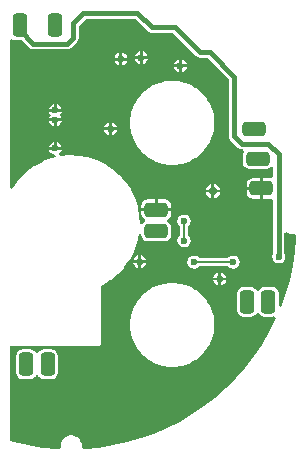
<source format=gbl>
G04*
G04 #@! TF.GenerationSoftware,Altium Limited,Altium Designer,20.0.13 (296)*
G04*
G04 Layer_Physical_Order=2*
G04 Layer_Color=16711680*
%FSLAX25Y25*%
%MOIN*%
G70*
G01*
G75*
%ADD12C,0.00591*%
%ADD34C,0.01575*%
G04:AMPARAMS|DCode=39|XSize=78.74mil|YSize=47.24mil|CornerRadius=11.81mil|HoleSize=0mil|Usage=FLASHONLY|Rotation=180.000|XOffset=0mil|YOffset=0mil|HoleType=Round|Shape=RoundedRectangle|*
%AMROUNDEDRECTD39*
21,1,0.07874,0.02362,0,0,180.0*
21,1,0.05512,0.04724,0,0,180.0*
1,1,0.02362,-0.02756,0.01181*
1,1,0.02362,0.02756,0.01181*
1,1,0.02362,0.02756,-0.01181*
1,1,0.02362,-0.02756,-0.01181*
%
%ADD39ROUNDEDRECTD39*%
G04:AMPARAMS|DCode=40|XSize=78.74mil|YSize=47.24mil|CornerRadius=11.81mil|HoleSize=0mil|Usage=FLASHONLY|Rotation=90.000|XOffset=0mil|YOffset=0mil|HoleType=Round|Shape=RoundedRectangle|*
%AMROUNDEDRECTD40*
21,1,0.07874,0.02362,0,0,90.0*
21,1,0.05512,0.04724,0,0,90.0*
1,1,0.02362,0.01181,0.02756*
1,1,0.02362,0.01181,-0.02756*
1,1,0.02362,-0.01181,-0.02756*
1,1,0.02362,-0.01181,0.02756*
%
%ADD40ROUNDEDRECTD40*%
%ADD41C,0.02165*%
%ADD42C,0.02756*%
%ADD43C,0.02362*%
G36*
X25494Y64175D02*
X26080Y63784D01*
X26772Y63646D01*
X33799D01*
X41538Y55908D01*
X42124Y55516D01*
X42815Y55379D01*
X45413D01*
X52524Y48267D01*
Y29232D01*
X52662Y28541D01*
X53053Y27955D01*
X55612Y25396D01*
X56199Y25004D01*
X56890Y24867D01*
X57283D01*
X57676Y24080D01*
X57409Y23679D01*
X57241Y22835D01*
Y20472D01*
X57409Y19628D01*
X57888Y18911D01*
X58604Y18433D01*
X59449Y18265D01*
X64961D01*
X65806Y18433D01*
X66522Y18911D01*
X66599Y19027D01*
X67387Y18788D01*
Y15640D01*
X66599Y15109D01*
X66142Y15200D01*
X63878D01*
Y11811D01*
Y8422D01*
X66142D01*
X66599Y8513D01*
X67387Y7982D01*
Y-9830D01*
X67153Y-10179D01*
X66985Y-11024D01*
X67153Y-11868D01*
X67632Y-12585D01*
X68348Y-13063D01*
X69193Y-13231D01*
X70038Y-13063D01*
X70754Y-12585D01*
X71233Y-11868D01*
X71401Y-11024D01*
X71233Y-10179D01*
X70999Y-9830D01*
Y-3077D01*
X71787Y-2750D01*
X71852Y-2816D01*
X72243Y-3077D01*
X73094Y-3429D01*
X73268Y-3464D01*
X73437Y-3515D01*
X73898Y-3561D01*
X73957Y-3555D01*
X74016Y-3566D01*
X74534D01*
X75082Y-4132D01*
X75065Y-4688D01*
X74622Y-9395D01*
X73884Y-14065D01*
X72854Y-18679D01*
X71537Y-23220D01*
X69937Y-27669D01*
X69924Y-27697D01*
X69137Y-27534D01*
Y-23228D01*
X68969Y-22384D01*
X68490Y-21667D01*
X67774Y-21189D01*
X66929Y-21021D01*
X64567D01*
X63722Y-21189D01*
X63006Y-21667D01*
X62642Y-22211D01*
X62375Y-22272D01*
X62034D01*
X61767Y-22211D01*
X61404Y-21667D01*
X60687Y-21189D01*
X59842Y-21021D01*
X57480D01*
X56635Y-21189D01*
X55919Y-21667D01*
X55441Y-22384D01*
X55273Y-23228D01*
Y-28740D01*
X55441Y-29585D01*
X55919Y-30301D01*
X56635Y-30780D01*
X57480Y-30948D01*
X59842D01*
X60687Y-30780D01*
X61404Y-30301D01*
X61767Y-29757D01*
X62034Y-29697D01*
X62375D01*
X62642Y-29757D01*
X63006Y-30301D01*
X63722Y-30780D01*
X64567Y-30948D01*
X66929D01*
X67729Y-30789D01*
X67906Y-30910D01*
X68347Y-31344D01*
X68060Y-32008D01*
X65914Y-36221D01*
X63508Y-40291D01*
X60851Y-44202D01*
X57954Y-47938D01*
X54827Y-51484D01*
X51484Y-54827D01*
X47938Y-57954D01*
X44202Y-60851D01*
X40291Y-63508D01*
X36221Y-65914D01*
X32008Y-68060D01*
X27669Y-69937D01*
X23220Y-71537D01*
X18679Y-72854D01*
X14065Y-73884D01*
X9395Y-74622D01*
X4688Y-75065D01*
X4132Y-75082D01*
X3566Y-74534D01*
Y-74016D01*
X3555Y-73957D01*
X3561Y-73898D01*
X3515Y-73437D01*
X3464Y-73268D01*
X3429Y-73094D01*
X3077Y-72243D01*
X2816Y-71852D01*
X2164Y-71200D01*
X1773Y-70939D01*
X922Y-70586D01*
X461Y-70495D01*
X-461D01*
X-922Y-70586D01*
X-1773Y-70939D01*
X-2164Y-71200D01*
X-2816Y-71852D01*
X-3077Y-72243D01*
X-3429Y-73094D01*
X-3464Y-73268D01*
X-3515Y-73437D01*
X-3561Y-73898D01*
X-3555Y-73957D01*
X-3566Y-74016D01*
Y-74534D01*
X-4132Y-75082D01*
X-4735Y-75063D01*
X-9536Y-74606D01*
X-14297Y-73841D01*
X-19000Y-72773D01*
X-20449Y-72344D01*
X-20449Y-40735D01*
X8661D01*
X9122Y-40643D01*
X9513Y-40382D01*
X9774Y-39992D01*
X9866Y-39531D01*
Y-20606D01*
X10493Y-20306D01*
X10542Y-20270D01*
X10600Y-20249D01*
X13085Y-18739D01*
X13145Y-18684D01*
X13217Y-18646D01*
X15478Y-16816D01*
X15530Y-16754D01*
X15597Y-16706D01*
X17592Y-14591D01*
X17635Y-14522D01*
X17695Y-14466D01*
X19388Y-12102D01*
X19422Y-12027D01*
X19473Y-11964D01*
X20835Y-9395D01*
X20858Y-9317D01*
X20901Y-9247D01*
X21906Y-6518D01*
X21919Y-6437D01*
X21952Y-6363D01*
X22582Y-3524D01*
X22595Y-3523D01*
X23383Y-3543D01*
X23551Y-4388D01*
X24029Y-5104D01*
X24746Y-5583D01*
X25591Y-5751D01*
X31102D01*
X31947Y-5583D01*
X32664Y-5104D01*
X33142Y-4388D01*
X33310Y-3543D01*
Y-1181D01*
X33142Y-336D01*
X32664Y380D01*
X32119Y744D01*
X32059Y1011D01*
Y1351D01*
X32119Y1619D01*
X32664Y1982D01*
X33142Y2698D01*
X33310Y3543D01*
Y4232D01*
X28346D01*
X23383D01*
Y3543D01*
X23551Y2698D01*
X24029Y1982D01*
X24574Y1619D01*
X24634Y1351D01*
Y1011D01*
X24574Y744D01*
X24029Y380D01*
X23637Y-208D01*
X23075Y-169D01*
X22842Y-87D01*
X22707Y2600D01*
X22687Y2679D01*
X22688Y2761D01*
X22154Y5619D01*
X22123Y5695D01*
X22113Y5776D01*
X21201Y8537D01*
X21161Y8608D01*
X21140Y8687D01*
X19866Y11301D01*
X19816Y11366D01*
X19785Y11441D01*
X18172Y13861D01*
X18115Y13919D01*
X18074Y13989D01*
X16151Y16171D01*
X16086Y16220D01*
X16036Y16285D01*
X13838Y18189D01*
X13768Y18230D01*
X13710Y18287D01*
X11276Y19880D01*
X11201Y19910D01*
X11135Y19959D01*
X8511Y21211D01*
X8432Y21231D01*
X8360Y21271D01*
X5592Y22161D01*
X5511Y22170D01*
X5435Y22200D01*
X2572Y22710D01*
X2490Y22708D01*
X2411Y22728D01*
X-494Y22850D01*
X-575Y22837D01*
X-656Y22846D01*
X-3552Y22578D01*
X-3839Y22632D01*
X-4008Y23466D01*
X-3754Y23636D01*
X-3275Y24352D01*
X-3205Y24705D01*
X-7425D01*
X-7355Y24352D01*
X-6876Y23636D01*
X-6160Y23157D01*
X-5315Y22989D01*
X-5162Y22217D01*
X-6545Y21898D01*
X-6619Y21865D01*
X-6700Y21851D01*
X-9420Y20823D01*
X-9489Y20780D01*
X-9567Y20756D01*
X-12126Y19373D01*
X-12189Y19321D01*
X-12262Y19287D01*
X-14612Y17574D01*
X-14668Y17514D01*
X-14736Y17470D01*
X-16835Y15457D01*
X-16882Y15391D01*
X-16944Y15338D01*
X-18755Y13062D01*
X-18792Y12990D01*
X-18847Y12929D01*
X-19662Y11562D01*
X-20449Y11778D01*
Y61238D01*
X-19662Y61621D01*
X-19250Y61346D01*
X-18406Y61178D01*
X-16390D01*
X-13876Y58664D01*
X-13290Y58272D01*
X-12598Y58135D01*
X-1280D01*
X-588Y58272D01*
X-2Y58664D01*
X1966Y60632D01*
X2358Y61218D01*
X2495Y61910D01*
Y66083D01*
X4784Y68371D01*
X21299D01*
X25494Y64175D01*
D02*
G37*
%LPC*%
G36*
X23819Y57523D02*
Y55905D01*
X25437D01*
X25367Y56258D01*
X24888Y56975D01*
X24172Y57453D01*
X23819Y57523D01*
D02*
G37*
G36*
X22835D02*
X22482Y57453D01*
X21766Y56975D01*
X21287Y56258D01*
X21217Y55905D01*
X22835D01*
Y57523D01*
D02*
G37*
G36*
X17028Y57031D02*
Y55413D01*
X18645D01*
X18575Y55766D01*
X18097Y56482D01*
X17380Y56961D01*
X17028Y57031D01*
D02*
G37*
G36*
X16043D02*
X15690Y56961D01*
X14974Y56482D01*
X14496Y55766D01*
X14426Y55413D01*
X16043D01*
Y57031D01*
D02*
G37*
G36*
X25437Y54921D02*
X23819D01*
Y53303D01*
X24172Y53374D01*
X24888Y53852D01*
X25367Y54568D01*
X25437Y54921D01*
D02*
G37*
G36*
X22835D02*
X21217D01*
X21287Y54568D01*
X21766Y53852D01*
X22482Y53374D01*
X22835Y53303D01*
Y54921D01*
D02*
G37*
G36*
X36909Y54767D02*
Y53150D01*
X38527D01*
X38457Y53502D01*
X37978Y54219D01*
X37262Y54697D01*
X36909Y54767D01*
D02*
G37*
G36*
X35925D02*
X35572Y54697D01*
X34856Y54219D01*
X34378Y53502D01*
X34307Y53150D01*
X35925D01*
Y54767D01*
D02*
G37*
G36*
X18645Y54429D02*
X17028D01*
Y52811D01*
X17380Y52882D01*
X18097Y53360D01*
X18575Y54076D01*
X18645Y54429D01*
D02*
G37*
G36*
X16043D02*
X14426D01*
X14496Y54076D01*
X14974Y53360D01*
X15690Y52882D01*
X16043Y52811D01*
Y54429D01*
D02*
G37*
G36*
X38527Y52165D02*
X36909D01*
Y50548D01*
X37262Y50618D01*
X37978Y51096D01*
X38457Y51813D01*
X38527Y52165D01*
D02*
G37*
G36*
X35925D02*
X34307D01*
X34378Y51813D01*
X34856Y51096D01*
X35572Y50618D01*
X35925Y50548D01*
Y52165D01*
D02*
G37*
G36*
X34524Y47684D02*
X32846D01*
X32768Y47669D01*
X32689Y47674D01*
X31026Y47455D01*
X30951Y47430D01*
X30872Y47425D01*
X29252Y46990D01*
X29180Y46955D01*
X29102Y46940D01*
X27553Y46298D01*
X27487Y46254D01*
X27411Y46228D01*
X25959Y45390D01*
X25899Y45337D01*
X25828Y45302D01*
X24497Y44281D01*
X24445Y44221D01*
X24379Y44177D01*
X23193Y42991D01*
X23149Y42925D01*
X23089Y42873D01*
X22068Y41542D01*
X22033Y41471D01*
X21980Y41411D01*
X21142Y39959D01*
X21116Y39883D01*
X21072Y39817D01*
X20430Y38268D01*
X20415Y38190D01*
X20380Y38118D01*
X19945Y36498D01*
X19940Y36419D01*
X19915Y36344D01*
X19696Y34681D01*
X19701Y34602D01*
X19685Y34524D01*
Y32846D01*
X19701Y32768D01*
X19696Y32689D01*
X19915Y31026D01*
X19940Y30951D01*
X19945Y30872D01*
X20380Y29252D01*
X20415Y29180D01*
X20430Y29102D01*
X21072Y27553D01*
X21116Y27487D01*
X21142Y27411D01*
X21980Y25959D01*
X22033Y25899D01*
X22068Y25828D01*
X23089Y24497D01*
X23149Y24445D01*
X23193Y24379D01*
X24379Y23193D01*
X24445Y23149D01*
X24497Y23089D01*
X25828Y22068D01*
X25899Y22033D01*
X25959Y21980D01*
X27411Y21142D01*
X27487Y21116D01*
X27553Y21072D01*
X29102Y20430D01*
X29180Y20415D01*
X29252Y20380D01*
X30872Y19945D01*
X30951Y19940D01*
X31026Y19915D01*
X32689Y19696D01*
X32768Y19701D01*
X32846Y19685D01*
X34524D01*
X34602Y19701D01*
X34681Y19696D01*
X36344Y19915D01*
X36419Y19940D01*
X36498Y19945D01*
X38118Y20380D01*
X38190Y20415D01*
X38268Y20430D01*
X39817Y21072D01*
X39883Y21116D01*
X39959Y21142D01*
X41411Y21980D01*
X41471Y22033D01*
X41542Y22068D01*
X42873Y23089D01*
X42925Y23149D01*
X42991Y23193D01*
X44177Y24379D01*
X44221Y24445D01*
X44281Y24497D01*
X45302Y25828D01*
X45337Y25899D01*
X45390Y25959D01*
X46228Y27411D01*
X46254Y27487D01*
X46298Y27553D01*
X46940Y29102D01*
X46955Y29180D01*
X46990Y29252D01*
X47425Y30872D01*
X47430Y30951D01*
X47455Y31026D01*
X47674Y32689D01*
X47669Y32768D01*
X47684Y32846D01*
Y34524D01*
X47669Y34602D01*
X47674Y34681D01*
X47455Y36344D01*
X47430Y36419D01*
X47425Y36498D01*
X46990Y38118D01*
X46955Y38190D01*
X46940Y38268D01*
X46298Y39817D01*
X46254Y39883D01*
X46228Y39959D01*
X45390Y41411D01*
X45337Y41471D01*
X45302Y41542D01*
X44281Y42873D01*
X44221Y42925D01*
X44177Y42991D01*
X42991Y44177D01*
X42925Y44221D01*
X42873Y44281D01*
X41542Y45302D01*
X41471Y45337D01*
X41411Y45390D01*
X39959Y46228D01*
X39883Y46254D01*
X39817Y46298D01*
X38268Y46940D01*
X38190Y46955D01*
X38118Y46990D01*
X36498Y47425D01*
X36419Y47430D01*
X36344Y47455D01*
X34681Y47674D01*
X34602Y47669D01*
X34524Y47684D01*
D02*
G37*
G36*
X-4823Y39905D02*
Y38287D01*
X-3205D01*
X-3275Y38640D01*
X-3754Y39356D01*
X-4470Y39835D01*
X-4823Y39905D01*
D02*
G37*
G36*
X-5807D02*
X-6160Y39835D01*
X-6876Y39356D01*
X-7355Y38640D01*
X-7425Y38287D01*
X-5807D01*
Y39905D01*
D02*
G37*
G36*
X-3205Y37303D02*
X-7425D01*
X-7355Y36950D01*
X-7301Y36870D01*
X-6885Y36220D01*
X-7301Y35571D01*
X-7355Y35491D01*
X-7425Y35138D01*
X-3205D01*
X-3275Y35491D01*
X-3329Y35571D01*
X-3745Y36220D01*
X-3329Y36870D01*
X-3275Y36950D01*
X-3205Y37303D01*
D02*
G37*
G36*
Y34154D02*
X-4823D01*
Y32536D01*
X-4470Y32606D01*
X-3754Y33084D01*
X-3275Y33801D01*
X-3205Y34154D01*
D02*
G37*
G36*
X-5807D02*
X-7425D01*
X-7355Y33801D01*
X-6876Y33084D01*
X-6160Y32606D01*
X-5807Y32536D01*
Y34154D01*
D02*
G37*
G36*
X13583Y33803D02*
Y32185D01*
X15200D01*
X15130Y32538D01*
X14652Y33254D01*
X13935Y33733D01*
X13583Y33803D01*
D02*
G37*
G36*
X12598D02*
X12246Y33733D01*
X11529Y33254D01*
X11051Y32538D01*
X10981Y32185D01*
X12598D01*
Y33803D01*
D02*
G37*
G36*
X15200Y31201D02*
X13583D01*
Y29583D01*
X13935Y29653D01*
X14652Y30132D01*
X15130Y30848D01*
X15200Y31201D01*
D02*
G37*
G36*
X12598D02*
X10981D01*
X11051Y30848D01*
X11529Y30132D01*
X12246Y29653D01*
X12598Y29583D01*
Y31201D01*
D02*
G37*
G36*
X-4823Y27307D02*
Y25689D01*
X-3205D01*
X-3275Y26042D01*
X-3754Y26758D01*
X-4470Y27237D01*
X-4823Y27307D01*
D02*
G37*
G36*
X-5807D02*
X-6160Y27237D01*
X-6876Y26758D01*
X-7355Y26042D01*
X-7425Y25689D01*
X-5807D01*
Y27307D01*
D02*
G37*
G36*
X62894Y15200D02*
X60630D01*
X59785Y15032D01*
X59069Y14553D01*
X58590Y13837D01*
X58422Y12992D01*
Y12303D01*
X62894D01*
Y15200D01*
D02*
G37*
G36*
X47736Y13236D02*
Y11417D01*
X49555D01*
X49469Y11847D01*
X48947Y12628D01*
X48166Y13150D01*
X47736Y13236D01*
D02*
G37*
G36*
X46752D02*
X46322Y13150D01*
X45541Y12628D01*
X45019Y11847D01*
X44934Y11417D01*
X46752D01*
Y13236D01*
D02*
G37*
G36*
X49555Y10433D02*
X47736D01*
Y8615D01*
X48166Y8700D01*
X48947Y9222D01*
X49469Y10003D01*
X49555Y10433D01*
D02*
G37*
G36*
X46752D02*
X44934D01*
X45019Y10003D01*
X45541Y9222D01*
X46322Y8700D01*
X46752Y8615D01*
Y10433D01*
D02*
G37*
G36*
X62894Y11319D02*
X58422D01*
Y10630D01*
X58590Y9785D01*
X59069Y9069D01*
X59785Y8590D01*
X60630Y8422D01*
X62894D01*
Y11319D01*
D02*
G37*
G36*
X31102Y8113D02*
X28839D01*
Y5217D01*
X33310D01*
Y5906D01*
X33142Y6750D01*
X32664Y7467D01*
X31947Y7945D01*
X31102Y8113D01*
D02*
G37*
G36*
X27854D02*
X25591D01*
X24746Y7945D01*
X24029Y7467D01*
X23551Y6750D01*
X23383Y5906D01*
Y5217D01*
X27854D01*
Y8113D01*
D02*
G37*
G36*
X37598Y3094D02*
X36754Y2926D01*
X36037Y2447D01*
X35559Y1731D01*
X35391Y886D01*
X35559Y41D01*
X36037Y-675D01*
X36294Y-847D01*
Y-3878D01*
X36037Y-4049D01*
X35559Y-4765D01*
X35391Y-5610D01*
X35559Y-6455D01*
X36037Y-7171D01*
X36754Y-7650D01*
X37598Y-7818D01*
X38443Y-7650D01*
X39160Y-7171D01*
X39638Y-6455D01*
X39806Y-5610D01*
X39638Y-4765D01*
X39160Y-4049D01*
X38903Y-3878D01*
Y-847D01*
X39160Y-675D01*
X39638Y41D01*
X39806Y886D01*
X39638Y1731D01*
X39160Y2447D01*
X38443Y2926D01*
X37598Y3094D01*
D02*
G37*
G36*
X53937Y-10588D02*
X53092Y-10756D01*
X52376Y-11234D01*
X52205Y-11491D01*
X42677D01*
X42506Y-11234D01*
X41790Y-10756D01*
X40945Y-10588D01*
X40100Y-10756D01*
X39384Y-11234D01*
X38905Y-11950D01*
X38737Y-12795D01*
X38905Y-13640D01*
X39384Y-14356D01*
X40100Y-14835D01*
X40945Y-15003D01*
X41790Y-14835D01*
X42506Y-14356D01*
X42677Y-14100D01*
X52205D01*
X52376Y-14356D01*
X53092Y-14835D01*
X53937Y-15003D01*
X54782Y-14835D01*
X55498Y-14356D01*
X55977Y-13640D01*
X56145Y-12795D01*
X55977Y-11950D01*
X55498Y-11234D01*
X54782Y-10756D01*
X53937Y-10588D01*
D02*
G37*
G36*
X23327Y-10488D02*
Y-12106D01*
X24945D01*
X24874Y-11754D01*
X24396Y-11037D01*
X23679Y-10559D01*
X23327Y-10488D01*
D02*
G37*
G36*
X22343D02*
X21990Y-10559D01*
X21273Y-11037D01*
X20795Y-11754D01*
X20725Y-12106D01*
X22343D01*
Y-10488D01*
D02*
G37*
G36*
X24945Y-13091D02*
X23327D01*
Y-14708D01*
X23679Y-14638D01*
X24396Y-14160D01*
X24874Y-13443D01*
X24945Y-13091D01*
D02*
G37*
G36*
X22343D02*
X20725D01*
X20795Y-13443D01*
X21273Y-14160D01*
X21990Y-14638D01*
X22343Y-14708D01*
Y-13091D01*
D02*
G37*
G36*
X50000Y-16296D02*
Y-17913D01*
X51618D01*
X51548Y-17561D01*
X51069Y-16844D01*
X50353Y-16366D01*
X50000Y-16296D01*
D02*
G37*
G36*
X49016D02*
X48663Y-16366D01*
X47947Y-16844D01*
X47468Y-17561D01*
X47398Y-17913D01*
X49016D01*
Y-16296D01*
D02*
G37*
G36*
X34524Y-19685D02*
X32846D01*
X32768Y-19701D01*
X32689Y-19696D01*
X31026Y-19915D01*
X30951Y-19940D01*
X30872Y-19945D01*
X29252Y-20380D01*
X29180Y-20415D01*
X29102Y-20430D01*
X27553Y-21072D01*
X27487Y-21116D01*
X27411Y-21142D01*
X25959Y-21980D01*
X25899Y-22033D01*
X25828Y-22068D01*
X24497Y-23089D01*
X24445Y-23149D01*
X24379Y-23193D01*
X23193Y-24379D01*
X23149Y-24445D01*
X23089Y-24497D01*
X22068Y-25828D01*
X22033Y-25899D01*
X21980Y-25959D01*
X21142Y-27411D01*
X21116Y-27487D01*
X21072Y-27553D01*
X20430Y-29102D01*
X20415Y-29180D01*
X20380Y-29252D01*
X19945Y-30872D01*
X19940Y-30951D01*
X19915Y-31026D01*
X19696Y-32689D01*
X19701Y-32768D01*
X19685Y-32846D01*
Y-34524D01*
X19701Y-34602D01*
X19696Y-34681D01*
X19915Y-36344D01*
X19940Y-36419D01*
X19945Y-36498D01*
X20380Y-38118D01*
X20415Y-38190D01*
X20430Y-38268D01*
X21072Y-39817D01*
X21116Y-39883D01*
X21142Y-39959D01*
X21980Y-41411D01*
X22033Y-41471D01*
X22068Y-41542D01*
X23089Y-42873D01*
X23149Y-42925D01*
X23193Y-42991D01*
X24379Y-44177D01*
X24445Y-44221D01*
X24497Y-44281D01*
X25828Y-45302D01*
X25899Y-45337D01*
X25959Y-45390D01*
X27411Y-46228D01*
X27487Y-46254D01*
X27553Y-46298D01*
X29102Y-46940D01*
X29180Y-46955D01*
X29252Y-46990D01*
X30872Y-47425D01*
X30951Y-47430D01*
X31026Y-47455D01*
X32689Y-47674D01*
X32768Y-47669D01*
X32846Y-47684D01*
X34524D01*
X34602Y-47669D01*
X34681Y-47674D01*
X36344Y-47455D01*
X36419Y-47430D01*
X36498Y-47425D01*
X38118Y-46990D01*
X38190Y-46955D01*
X38268Y-46940D01*
X39817Y-46298D01*
X39883Y-46254D01*
X39959Y-46228D01*
X41411Y-45390D01*
X41471Y-45337D01*
X41542Y-45302D01*
X42873Y-44281D01*
X42925Y-44221D01*
X42991Y-44177D01*
X44177Y-42991D01*
X44221Y-42925D01*
X44281Y-42873D01*
X45302Y-41542D01*
X45337Y-41471D01*
X45390Y-41411D01*
X46228Y-39959D01*
X46254Y-39883D01*
X46298Y-39817D01*
X46940Y-38268D01*
X46955Y-38190D01*
X46990Y-38118D01*
X47425Y-36498D01*
X47430Y-36419D01*
X47455Y-36344D01*
X47674Y-34681D01*
X47669Y-34602D01*
X47684Y-34524D01*
Y-32846D01*
X47669Y-32768D01*
X47674Y-32689D01*
X47455Y-31026D01*
X47430Y-30951D01*
X47425Y-30872D01*
X46990Y-29252D01*
X46955Y-29180D01*
X46940Y-29102D01*
X46298Y-27553D01*
X46254Y-27487D01*
X46228Y-27411D01*
X45390Y-25959D01*
X45337Y-25899D01*
X45302Y-25828D01*
X44281Y-24497D01*
X44221Y-24445D01*
X44177Y-24379D01*
X42991Y-23193D01*
X42925Y-23149D01*
X42873Y-23089D01*
X41542Y-22068D01*
X41471Y-22033D01*
X41411Y-21980D01*
X39959Y-21142D01*
X39883Y-21116D01*
X39817Y-21072D01*
X38268Y-20430D01*
X38190Y-20415D01*
X38118Y-20380D01*
X36498Y-19945D01*
X36419Y-19940D01*
X36344Y-19915D01*
X34681Y-19696D01*
X34602Y-19701D01*
X34524Y-19685D01*
D02*
G37*
G36*
X51618Y-18898D02*
X50000D01*
Y-20515D01*
X50353Y-20445D01*
X51069Y-19967D01*
X51548Y-19250D01*
X51618Y-18898D01*
D02*
G37*
G36*
X49016D02*
X47398D01*
X47468Y-19250D01*
X47947Y-19967D01*
X48663Y-20445D01*
X49016Y-20515D01*
Y-18898D01*
D02*
G37*
G36*
X-6693Y-41887D02*
X-9055D01*
X-9900Y-42055D01*
X-10616Y-42533D01*
X-10980Y-43077D01*
X-11247Y-43138D01*
X-11588D01*
X-11855Y-43077D01*
X-12218Y-42533D01*
X-12935Y-42055D01*
X-13780Y-41887D01*
X-16142D01*
X-16987Y-42055D01*
X-17703Y-42533D01*
X-18181Y-43250D01*
X-18350Y-44094D01*
Y-49606D01*
X-18181Y-50451D01*
X-17703Y-51167D01*
X-16987Y-51646D01*
X-16142Y-51814D01*
X-13780D01*
X-12935Y-51646D01*
X-12218Y-51167D01*
X-11855Y-50623D01*
X-11588Y-50563D01*
X-11247D01*
X-10980Y-50623D01*
X-10616Y-51167D01*
X-9900Y-51646D01*
X-9055Y-51814D01*
X-6693D01*
X-5848Y-51646D01*
X-5132Y-51167D01*
X-4653Y-50451D01*
X-4485Y-49606D01*
Y-44094D01*
X-4653Y-43250D01*
X-5132Y-42533D01*
X-5848Y-42055D01*
X-6693Y-41887D01*
D02*
G37*
%LPD*%
D12*
X37598Y-5610D02*
Y886D01*
X40945Y-12795D02*
X53937D01*
D34*
X69193Y-10925D02*
X69291Y-11024D01*
X69193Y-10925D02*
Y23130D01*
X65650Y26673D02*
X69193Y23130D01*
X65748Y-25984D02*
X66142Y-25591D01*
X56890Y26673D02*
X65650D01*
X54331Y29232D02*
X56890Y26673D01*
X46161Y57185D02*
X54331Y49016D01*
Y29232D02*
Y49016D01*
X42815Y57185D02*
X46161D01*
X26772Y65453D02*
X34547D01*
X42815Y57185D01*
X22047Y70177D02*
X26772Y65453D01*
X4035Y70177D02*
X22047D01*
X689Y61910D02*
Y66831D01*
X4035Y70177D01*
X-1280Y59941D02*
X689Y61910D01*
X-12598Y59941D02*
X-1280D01*
X-17224Y64567D02*
Y66142D01*
Y64567D02*
X-12598Y59941D01*
D39*
X28346Y4724D02*
D03*
Y-2362D02*
D03*
X61024Y31496D02*
D03*
X62205Y21654D02*
D03*
X63386Y11811D02*
D03*
D40*
X58661Y-25984D02*
D03*
X-7874Y-46850D02*
D03*
X-17224Y66142D02*
D03*
X-14961Y-46850D02*
D03*
X65748Y-25984D02*
D03*
X-5413Y66142D02*
D03*
D41*
X65772Y5315D02*
D03*
X64197Y2166D02*
D03*
X65772Y-984D02*
D03*
X62622Y5315D02*
D03*
X61048Y2166D02*
D03*
X62622Y-984D02*
D03*
X61048Y-4134D02*
D03*
Y-10433D02*
D03*
X59473Y5315D02*
D03*
X57898Y2166D02*
D03*
X59473Y-984D02*
D03*
X57898Y-4134D02*
D03*
X59473Y-7283D02*
D03*
X57898Y-10433D02*
D03*
X54748Y21063D02*
D03*
X56323Y11614D02*
D03*
X54748Y8465D02*
D03*
X56323Y5315D02*
D03*
X54748Y2166D02*
D03*
X56323Y-984D02*
D03*
X54748Y-16732D02*
D03*
Y-35630D02*
D03*
X51599Y27363D02*
D03*
X53174Y24213D02*
D03*
X51599Y21063D02*
D03*
X53174Y11614D02*
D03*
X51599Y-23031D02*
D03*
X53174Y-26181D02*
D03*
Y-32480D02*
D03*
X48449Y46260D02*
D03*
X50024Y43111D02*
D03*
X48449Y39961D02*
D03*
X50024Y36811D02*
D03*
Y30512D02*
D03*
X48449Y27363D02*
D03*
X50024Y24213D02*
D03*
X48449Y21063D02*
D03*
X45300Y46260D02*
D03*
X46874Y43111D02*
D03*
Y24213D02*
D03*
X45300Y21063D02*
D03*
X42150Y52559D02*
D03*
X43725Y49410D02*
D03*
X42150Y46260D02*
D03*
Y21063D02*
D03*
X40575Y49410D02*
D03*
Y17914D02*
D03*
X39000Y14764D02*
D03*
X40575Y11614D02*
D03*
X39000Y8465D02*
D03*
X37426Y17914D02*
D03*
X35851Y14764D02*
D03*
X37426Y11614D02*
D03*
X35851Y8465D02*
D03*
X37426Y5315D02*
D03*
X34276Y17914D02*
D03*
X32701Y14764D02*
D03*
X34276Y11614D02*
D03*
X31126Y17914D02*
D03*
X29552Y14764D02*
D03*
X31126Y11614D02*
D03*
Y-57677D02*
D03*
X27977Y49410D02*
D03*
Y17914D02*
D03*
X26402Y14764D02*
D03*
X27977Y11614D02*
D03*
Y-57677D02*
D03*
X26402Y-60826D02*
D03*
X23252Y21063D02*
D03*
X24827Y17914D02*
D03*
X23252Y14764D02*
D03*
X24827Y11614D02*
D03*
Y-57677D02*
D03*
X23252Y-60826D02*
D03*
X20103Y46260D02*
D03*
X21678Y43111D02*
D03*
Y24213D02*
D03*
X20103Y21063D02*
D03*
X21678Y17914D02*
D03*
X20103Y14764D02*
D03*
X21678Y11614D02*
D03*
X20103Y-16732D02*
D03*
X21678Y-57677D02*
D03*
X20103Y-60826D02*
D03*
X21678Y-70275D02*
D03*
X18528Y49410D02*
D03*
X16953Y46260D02*
D03*
X18528Y43111D02*
D03*
X16953Y39961D02*
D03*
X18528Y36811D02*
D03*
X16953Y33662D02*
D03*
X18528Y30512D02*
D03*
X16953Y27363D02*
D03*
X18528Y24213D02*
D03*
X16953Y21063D02*
D03*
X18528Y17914D02*
D03*
Y-19882D02*
D03*
X16953Y-23031D02*
D03*
X18528Y-57677D02*
D03*
X16953Y-60826D02*
D03*
X18528Y-70275D02*
D03*
X13804Y27363D02*
D03*
X15378Y24213D02*
D03*
X13804Y21063D02*
D03*
X15378Y-19882D02*
D03*
X13804Y-23031D02*
D03*
Y-29330D02*
D03*
Y-35630D02*
D03*
Y-41929D02*
D03*
X15378Y-57677D02*
D03*
X13804Y-60826D02*
D03*
X15378Y-70275D02*
D03*
X10654Y27363D02*
D03*
X12229Y24213D02*
D03*
Y-26181D02*
D03*
Y-32480D02*
D03*
Y-38779D02*
D03*
X10654Y-41929D02*
D03*
X12229Y-57677D02*
D03*
X10654Y-60826D02*
D03*
X12229Y-70275D02*
D03*
X7504Y27363D02*
D03*
X9079Y24213D02*
D03*
X7504Y-41929D02*
D03*
Y-48228D02*
D03*
Y-54527D02*
D03*
X9079Y-57677D02*
D03*
X7504Y-60826D02*
D03*
X9079Y-70275D02*
D03*
X7504Y-73425D02*
D03*
X4355Y33662D02*
D03*
X5930Y30512D02*
D03*
X4355Y27363D02*
D03*
X5930Y24213D02*
D03*
X4355Y-41929D02*
D03*
X5930Y-45079D02*
D03*
X4355Y-48228D02*
D03*
X5930Y-51378D02*
D03*
X4355Y-54527D02*
D03*
X5930Y-57677D02*
D03*
X4355Y-60826D02*
D03*
X5930Y-70275D02*
D03*
X2780Y30512D02*
D03*
Y24213D02*
D03*
X1205Y-41929D02*
D03*
X2780Y-45079D02*
D03*
X1205Y-48228D02*
D03*
X2780Y-51378D02*
D03*
X1205Y-54527D02*
D03*
X2780Y-57677D02*
D03*
X1205Y-60826D02*
D03*
X2780Y-70275D02*
D03*
X-370Y24213D02*
D03*
X-1945Y-41929D02*
D03*
X-370Y-45079D02*
D03*
X-1945Y-48228D02*
D03*
X-370Y-51378D02*
D03*
X-1945Y-54527D02*
D03*
X-370Y-57677D02*
D03*
X-1945Y-60826D02*
D03*
X-3519Y-51378D02*
D03*
Y-57677D02*
D03*
Y-70275D02*
D03*
X-5094Y-73425D02*
D03*
X-6669Y-70275D02*
D03*
X-8244Y-73425D02*
D03*
X-9819Y-70275D02*
D03*
X-12968D02*
D03*
X-17693Y-67126D02*
D03*
X-16118Y-70275D02*
D03*
D42*
X47244Y10925D02*
D03*
D43*
X37598Y886D02*
D03*
Y-5610D02*
D03*
X40945Y-12795D02*
D03*
X53937D02*
D03*
X22835Y-12598D02*
D03*
X49508Y-18406D02*
D03*
X69193Y-11024D02*
D03*
X23327Y55413D02*
D03*
X36417Y52658D02*
D03*
X16535Y54921D02*
D03*
X-5315Y25197D02*
D03*
Y34646D02*
D03*
Y37795D02*
D03*
X13091Y31693D02*
D03*
M02*

</source>
